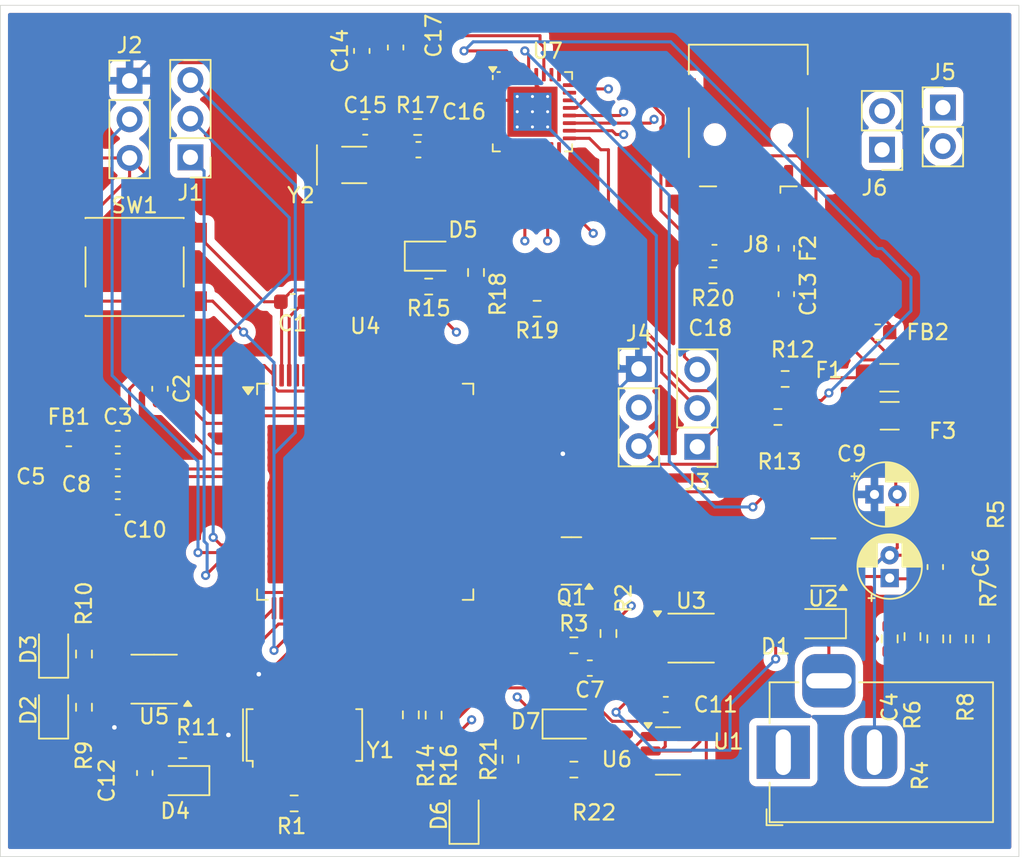
<source format=kicad_pcb>
(kicad_pcb (version 20240108) (generator "pcbnew") (generator_version "8.0")
  (layers (0 "F.Cu" signal) (1 "In1.Cu" power "GND") (2 "In2.Cu" power "PWR") (31 "B.Cu" signal) (34 "B.Paste" user) (35 "F.Paste" user) (36 "B.SilkS" user "B.Silkscreen") (37 "F.SilkS" user "F.Silkscreen") (38 "B.Mask" user) (39 "F.Mask" user) (44 "Edge.Cuts" user))
  (net 0 "")
  (net 1 "/AREF")
  (net 2 "GND")
  (net 3 "+5V")
  (net 4 "/VIN")
  (net 5 "Net-(U3-+)")
  (net 6 "+3V3")
  (net 7 "Net-(D4-A)")
  (net 8 "VCC")
  (net 9 "Net-(U7-PC0{slash}XTAL2)")
  (net 10 "Net-(U7-XTAL1)")
  (net 11 "Net-(U7-UCAP)")
  (net 12 "Net-(U7-~{HWB}{slash}PD7)")
  (net 13 "Net-(D5-A)")
  (net 14 "Net-(D1-A)")
  (net 15 "Net-(D2-A)")
  (net 16 "Net-(D3-A)")
  (net 17 "Net-(D6-K)")
  (net 18 "Net-(D6-A)")
  (net 19 "Net-(D7-K)")
  (net 20 "Net-(D7-A)")
  (net 21 "Net-(J8-D-)")
  (net 22 "Net-(J8-ID)")
  (net 23 "Net-(J8-VBUS)")
  (net 24 "Net-(J8-D+)")
  (net 25 "Net-(J1-Pin_2)")
  (net 26 "Net-(J1-Pin_1)")
  (net 27 "Net-(J2-Pin_2)")
  (net 28 "Net-(J3-Pin_2)")
  (net 29 "Net-(J3-Pin_1)")
  (net 30 "Net-(J4-Pin_2)")
  (net 31 "Net-(J5-Pin_1)")
  (net 32 "Net-(J5-Pin_2)")
  (net 33 "Net-(J6-Pin_2)")
  (net 34 "Net-(J6-Pin_1)")
  (net 35 "Net-(Q1-G)")
  (net 36 "Net-(U4-XTAL2)")
  (net 37 "Net-(U4-XTAL1)")
  (net 48 "Net-(U5--)")
  (net 49 "Net-(U7-D-)")
  (net 50 "Net-(U7-D+)")
  (net 51 "Net-(U4-PD0)")
  (net 52 "Net-(U4-PD1)")
  (net 53 "Net-(U4-PE0)")
  (net 54 "Net-(U7-PD2)")
  (net 55 "Net-(U4-PE1)")
  (net 56 "Net-(U7-PD3)")
  (net 57 "+10V")
  (net 59 "-5V")
  (net 75 "Net-(U4-PB7)")
  (net 154 "Net-(U4-PE6)")
  (net 155 "Net-(U4-PE2)")
  (footprint "Resistor_SMD:R_0603_1608Metric" (layer "F.Cu") (at 110.5 92.175 90)
    (property "Reference" "R8")
    (property "Value" "R")
  )
  (footprint "Resistor_SMD:R_0603_1608Metric" (layer "F.Cu") (at 81.31 70.46 180)
    (property "Reference" "R19")
    (property "Value" "R")
  )
  (footprint "Capacitor_SMD:C_0603_1608Metric" (layer "F.Cu") (at 69.775 53.5 90)
    (property "Reference" "C14")
    (property "Value" "C_Small")
  )
  (footprint "Connector_PinHeader_2.54mm:PinHeader_1x03_P2.54mm_Vertical" (layer "F.Cu") (at 54.5 55.46)
    (property "Reference" "J2")
    (property "Value" "Conn_01x03_Pin")
  )
  (footprint "Resistor_SMD:R_0603_1608Metric" (layer "F.Cu") (at 92.875 68.265 180)
    (property "Reference" "R20")
    (property "Value" "R")
  )
  (footprint "Capacitor_THT:CP_Radial_D4.0mm_P1.50mm" (layer "F.Cu") (at 104.5 88.175 90)
    (property "Reference" "C4")
    (property "Value" "C_Polarized")
  )
  (footprint "Resistor_SMD:R_0603_1608Metric" (layer "F.Cu") (at 79.55 100.1 90)
    (property "Reference" "R21")
    (property "Value" "R")
  )
  (footprint "Capacitor_SMD:C_0603_1608Metric" (layer "F.Cu") (at 89.775 96.5 180)
    (property "Reference" "C11")
    (property "Value" "C_Small")
  )
  (footprint "Capacitor_THT:CP_Radial_D4.0mm_P1.50mm" (layer "F.Cu") (at 103.5 82.675)
    (property "Reference" "C9")
    (property "Value" "C_Polarized")
  )
  (footprint "Capacitor_SMD:C_0603_1608Metric" (layer "F.Cu") (at 53.725 83.5)
    (property "Reference" "C10")
    (property "Value" "C_Small")
  )
  (footprint "LED_SMD:LED_0805_2012Metric_Pad1.15x1.40mm_HandSolder" (layer "F.Cu") (at 83.525 97.775)
    (property "Reference" "D7")
    (property "Value" "LED")
  )
  (footprint "Connector_PinHeader_2.54mm:PinHeader_1x02_P2.54mm_Vertical" (layer "F.Cu") (at 108 57.225)
    (property "Reference" "J5")
    (property "Value" "Conn_01x02_Pin")
  )
  (footprint "Resistor_SMD:R_0603_1608Metric" (layer "F.Cu") (at 65.325 103 180)
    (property "Reference" "R1")
    (property "Value" "R")
  )
  (footprint "Resistor_SMD:R_0603_1608Metric" (layer "F.Cu") (at 73 97.175 -90)
    (property "Reference" "R14")
    (property "Value" "R")
  )
  (footprint "Capacitor_SMD:C_0603_1608Metric" (layer "F.Cu") (at 92.975 66.765 180)
    (property "Reference" "C18")
    (property "Value" "C_Small")
  )
  (footprint "Resistor_SMD:R_0603_1608Metric" (layer "F.Cu") (at 97.15 77.58)
    (property "Reference" "R13")
    (property "Value" "R")
  )
  (footprint "Crystal:Resonator_SMD_Murata_CDSCB-2Pin_4.5x2.0mm" (layer "F.Cu") (at 69.275 61)
    (property "Reference" "Y2")
    (property "Value" "Crystal")
  )
  (footprint "Diode_SMD:D_0805_2012Metric" (layer "F.Cu") (at 58.0625 101.5 180)
    (property "Reference" "D4")
    (property "Value" "D")
  )
  (footprint "Inductor_SMD:L_0603_1608Metric" (layer "F.Cu") (at 103.7125 72 180)
    (property "Reference" "FB2")
    (property "Value" "FerriteBead")
  )
  (footprint "LED_SMD:LED_0805_2012Metric_Pad1.15x1.40mm_HandSolder" (layer "F.Cu") (at 49.5 96.875 90)
    (property "Reference" "D2")
    (property "Value" "LED")
  )
  (footprint "Resistor_SMD:R_0603_1608Metric" (layer "F.Cu") (at 107.5 92.175 -90)
    (property "Reference" "R6")
    (property "Value" "R")
  )
  (footprint "Connector_PinHeader_2.54mm:PinHeader_1x03_P2.54mm_Vertical" (layer "F.Cu") (at 88 74.42)
    (property "Reference" "J4")
    (property "Value" "Conn_01x03_Pin")
  )
  (footprint "Connector_PinHeader_2.54mm:PinHeader_1x02_P2.54mm_Vertical" (layer "F.Cu") (at 104 60 180)
    (property "Reference" "J6")
    (property "Value" "Conn_01x02_Pin")
  )
  (footprint "Resistor_SMD:R_0603_1608Metric" (layer "F.Cu") (at 74.5 97.195 -90)
    (property "Reference" "R16")
    (property "Value" "R")
  )
  (footprint "Resistor_SMD:R_0603_1608Metric" (layer "F.Cu") (at 51.5 96.675 90)
    (property "Reference" "R9")
    (property "Value" "R")
  )
  (footprint "Capacitor_SMD:C_0603_1608Metric" (layer "F.Cu") (at 70 58.5)
    (property "Reference" "C15")
    (property "Value" "C_Small")
  )
  (footprint "Capacitor_SMD:C_0603_1608Metric" (layer "F.Cu") (at 56.5 75.725 -90)
    (property "Reference" "C2")
    (property "Value" "C_Small")
  )
  (footprint "Resistor_SMD:R_0603_1608Metric" (layer "F.Cu") (at 73.45 58.5)
    (property "Reference" "R17")
    (property "Value" "R")
  )
  (footprint "Inductor_SMD:L_0603_1608Metric" (layer "F.Cu") (at 50.5 79)
    (property "Reference" "FB1")
    (property "Value" "FerriteBead")
  )
  (footprint "Package_DFN_QFN:QFN-32-1EP_5x5mm_P0.5mm_EP3.3x3.3mm_ThermalVias" (layer "F.Cu") (at 81 57.5)
    (property "Reference" "U7")
    (property "Value" "ATmega8U2-M")
  )
  (footprint "Connector_BarrelJack:BarrelJack_Horizontal" (layer "F.Cu") (at 97.5 99.6325 180)
    (property "Reference" "U1")
    (property "Value" "L7805")
  )
  (footprint "Capacitor_SMD:C_0603_1608Metric" (layer "F.Cu") (at 53.725 80.5)
    (property "Reference" "C5")
    (property "Value" "C_Small")
  )
  (footprint "Resistor_SMD:R_0603_1608Metric" (layer "F.Cu") (at 86 91.825 90)
    (property "Reference" "R2")
    (property "Value" "R")
  )
  (footprint "Capacitor_SMD:C_0603_1608Metric" (layer "F.Cu") (at 53.725 79)
    (property "Reference" "C3")
    (property "Value" "C_Small")
  )
  (footprint "Connector_PinHeader_2.54mm:PinHeader_1x03_P2.54mm_Vertical" (layer "F.Cu") (at 58.5 60.5 180)
    (property "Reference" "J1")
    (property "Value" "Conn_01x03_Pin")
  )
  (footprint "Connector_USB:USB_Mini-B_Lumberg_2486_01_Horizontal" (layer "F.Cu") (at 95.2 59 180)
    (property "Reference" "J8")
    (property "Value" "USB_B_Micro")
  )
  (footprint "Capacitor_SMD:C_0603_1608Metric" (layer "F.Cu") (at 72 53.275 90)
    (property "Reference" "C17")
    (property "Value" "C_Small")
  )
  (footprint "Resistor_SMD:R_0603_1608Metric" (layer "F.Cu") (at 106 92.025 90)
    (property "Reference" "R5")
    (property "Value" "R")
  )
  (footprint "Package_QFP:TQFP-100_14x14mm_P0.5mm" (layer "F.Cu") (at 70 82.5)
    (property "Reference" "U4")
    (property "Value" "ATmega2560-16A")
  )
  (footprint "LED_SMD:LED_0805_2012Metric_Pad1.15x1.40mm_HandSolder" (layer "F.Cu") (at 49.5 92.875 90)
    (property "Reference" "D3")
    (property "Value" "LED")
  )
  (footprint "Capacitor_SMD:C_0603_1608Metric" (layer "F.Cu") (at 73.5 60)
    (property "Reference" "C16")
    (property "Value" "C_Small")
  )
  (footprint "Resistor_SMD:R_0603_1608Metric" (layer "F.Cu") (at 74.175 69 180)
    (property "Reference" "R15")
    (property "Value" "R")
  )
  (footprint "Resistor_SMD:R_0603_1608Metric" (layer "F.Cu") (at 77.2875 68.075 -90)
    (property "Reference" "R18")
    (property "Value" "R")
  )
  (footprint "Capacitor_SMD:C_0603_1608Metric" (layer "F.Cu") (at 53.725 82)
    (property "Reference" "C8")
    (property "Value" "C_Small")
  )
  (footprint "Resistor_SMD:R_0603_1608Metric" (layer "F.Cu") (at 83.725 100.775)
    (property "Reference" "R22")
    (property "Value" "R")
  )
  (footprint "Package_SO:MSOP-8_3x3mm_P0.65mm" (layer "F.Cu") (at 91.4375 92.125)
    (property "Reference" "U3")
    (property "Value" "OP1177ARM")
  )
  (footprint "Diode_SMD:D_0805_2012Metric" (layer "F.Cu") (at 99.9375 91.175 180)
    (property "Reference" "D1")
    (property "Value" "D")
  )
  (footprint "Connector_PinHeader_2.54mm:PinHeader_1x03_P2.54mm_Vertical" (layer "F.Cu") (at 91.845 79.54 180)
    (property "Reference" "J3")
    (property "Value" "Conn_01x03_Pin")
  )
  (footprint "Resistor_SMD:R_0603_1608Metric" (layer "F.Cu") (at 51.5 93.175 90)
    (property "Reference" "R10")
    (property "Value" "R")
  )
  (footprint "Fuse:Fuse_1206_3216Metric_Pad1.42x1.75mm_HandSolder" (layer "F.Cu") (at 104.475 75)
    (property "Reference" "F1")
    (property "Value" "Polyfuse")
  )
  (footprint "Button_Switch_SMD:SW_SPST_PTS645" (layer "F.Cu") (at 54.83 67.71)
    (property "Reference" "SW1")
    (property "Value" "SW_Push_Open")
  )
  (footprint "Package_SO:MSOP-8_3x3mm_P0.65mm" (layer "F.Cu") (at 56.1125 94.825 180)
    (property "Reference" "U5")
    (property "Value" "OP1177ARM")
  )
  (footprint "Resistor_SMD:R_0603_1608Metric" (layer "F.Cu") (at 109 92.175 90)
    (property "Reference" "R7")
    (property "Value" "R")
  )
  (footprint "Capacitor_SMD:C_0603_1608Metric" (layer "F.Cu") (at 55.5 101 90)
    (property "Reference" "C12")
    (property "Value" "C_Small")
  )
  (footprint "Fuse:Fuse_0603_1608Metric" (layer "F.Cu") (at 97.7 66.4875 -90)
    (property "Reference" "F2")
    (property "Value" "Fuse")
  )
  (footprint "Resistor_SMD:R_0603_1608Metric" (layer "F.Cu") (at 97.625 75.08)
    (property "Reference" "R12")
    (property "Value" "R")
  )
  (footprint "Package_TO_SOT_SMD:SOT-23-5" (layer "F.Cu") (at 100.1375 87.125 180)
    (property "Reference" "U2")
    (property "Value" "MAX1615xUK")
  )
  (footprint "Capacitor_SMD:C_0603_1608Metric" (layer "F.Cu") (at 84.775 94.1 180)
    (property "Reference" "C7")
    (property "Value" "C_Small")
  )
  (footprint "Diode_SMD:D_0805_2012Metric" (layer "F.Cu") (at 74.2875 67)
    (property "Reference" "D5")
    (property "Value" "D")
  )
  (footprint "Resistor_SMD:R_0603_1608Metric" (layer "F.Cu") (at 58 99.5)
    (property "Reference" "R11")
    (property "Value" "R")
  )
  (footprint "Resistor_SMD:R_0603_1608Metric" (layer "F.Cu") (at 83.725 92.6)
    (property "Reference" "R3")
    (property "Value" "R")
  )
  (footprint "Package_TO_SOT_SMD:SOT-23" (layer "F.Cu") (at 83.5625 87.05 180)
    (property "Reference" "Q1")
    (property "Value" "FDN340P")
  )
  (footprint "Capacitor_SMD:C_0603_1608Metric" (layer "F.Cu") (at 97.7 69.5 -90)
    (property "Reference" "C13")
    (property "Value" "C_Small")
  )
  (footprint "LED_SMD:LED_0805_2012Metric_Pad1.15x1.40mm_HandSolder" (layer "F.Cu") (at 76.5 103.8 90)
    (property "Reference" "D6")
    (property "Value" "LED")
  )
  (footprint "Crystal:Resonator_SMD-3Pin_7.2x3.0mm" (layer "F.Cu") (at 66 98.5)
    (property "Reference" "Y1")
    (property "Value" "Resonator_Small")
  )
  (footprint "Capacitor_SMD:C_0603_1608Metric" (layer "F.Cu") (at 65.225 70 180)
    (property "Reference" "C1")
    (property "Value" "100nF")
  )
  (footprint "Package_TO_SOT_SMD:SOT-23-5" (layer "F.Cu") (at 89.9125 99.55)
    (property "Reference" "U6")
    (property "Value" "TPS73133DBV")
  )
  (footprint "Capacitor_SMD:C_0603_1608Metric" (layer "F.Cu") (at 107.5 87.45 90)
    (property "Reference" "C6")
    (property "Value" "C_Small")
  )
  (footprint "Fuse:Fuse_1206_3216Metric_Pad1.42x1.75mm_HandSolder" (layer "F.Cu") (at 104.5 77.5)
    (property "Reference" "F3")
    (property "Value" "Polyfuse")
  )
  (footprint "Resistor_SMD:R_0603_1608Metric" (layer "F.Cu") (at 104.5 92.175 90)
    (property "Reference" "R4")
    (property "Value" "R")
  )
  (gr_rect (start 46 50.5) (end 113 106.5) (stroke (width 0.05)) (fill none) (layer "Edge.Cuts"))
  (segment (start 65 71) (end 66 70) (width 0.2) (layer "F.Cu") (net 1))
  (segment (start 65 74.8375) (end 65 71) (width 0.2) (layer "F.Cu") (net 1))
  (segment (start 82 58.5) (end 82 57.5) (width 0.2) (layer "F.Cu") (net 2))
  (segment (start 62 104) (end 62 96.8) (width 0.2) (layer "F.Cu") (net 2))
  (segment (start 76.625 88.73241) (end 80.49259 92.6) (width 0.2) (layer "F.Cu") (net 2))
  (segment (start 104.175 86.675) (end 103.725 87.125) (width 0.2) (layer "F.Cu") (net 2))
  (segment (start 102.925 72) (end 104.9 73.975) (width 0.2) (layer "F.Cu") (net 2))
  (segment (start 91.021815 90.65) (end 92.0125 91.640685) (width 0.2) (layer "F.Cu") (net 2))
  (segment (start 81.25 55.75) (end 81.25 55.0625) (width 0.2) (layer "F.Cu") (net 2))
  (segment (start 73.575 58.012352) (end 73.062648 57.5) (width 0.2) (layer "F.Cu") (net 2))
  (segment (start 58 102.100732) (end 58 99.137352) (width 0.2) (layer "F.Cu") (net 2))
  (segment (start 82 58.5) (end 81 57.5) (width 0.2) (layer "F.Cu") (net 2))
  (segment (start 97.7 70.275) (end 96.925 69.5) (width 0.2) (layer "F.Cu") (net 2))
  (segment (start 89.19 80.69) (end 94.402648 80.69) (width 0.2) (layer "F.Cu") (net 2))
  (segment (start 95 80.092648) (end 95 71.215) (width 0.2) (layer "F.Cu") (net 2))
  (segment (start 96.925 69.5) (end 96.925 66.835314) (width 0.2) (layer "F.Cu") (net 2))
  (segment (start 76.625 83.26759) (end 76.625 88.73241) (width 0.2) (layer "F.Cu") (net 2))
  (segment (start 52 52) (end 68 52) (width 0.2) (layer "F.Cu") (net 2))
  (segment (start 105 82.675) (end 105 86.175) (width 0.2) (layer "F.Cu") (net 2))
  (segment (start 49.5 93.9) (end 48.5 92.9) (width 0.2) (layer "F.Cu") (net 2))
  (segment (start 82 56.5) (end 81.25 55.75) (width 0.2) (layer "F.Cu") (net 2))
  (segment (start 54.5 61.81) (end 50.85 65.46) (width 0.2) (layer "F.Cu") (net 2))
  (segment (start 68.725 52.725) (end 69.775 52.725) (width 0.2) (layer "F.Cu") (net 2))
  (segment (start 78.5625 56.75) (end 77.315686 56.75) (width 0.2) (layer "F.Cu") (net 2))
  (segment (start 104.9 82.575) (end 105 82.675) (width 0.2) (layer "F.Cu") (net 2))
  (segment (start 80 58.5) (end 80 57.5) (width 0.2) (layer "F.Cu") (net 2))
  (segment (start 89.7375 99.249999) (end 89.437499 99.55) (width 0.2) (layer "F.Cu") (net 2))
  (segment (start 49.5 97.9) (end 48.5 96.9) (width 0.2) (layer "F.Cu") (net 2))
  (segment (start 58.81 64.85) (end 54.5 60.54) (width 0.2) (layer "F.Cu") (net 2))
  (segment (start 48.975 67.335) (end 48.975 82.475) (width 0.2) (layer "F.Cu") (net 2))
  (segment (start 72.512352 97.3) (end 70.217157 99.595195) (width 0.2) (layer "F.Cu") (net 2))
  (segment (start 58.81 65.46) (end 58.81 64.85) (width 0.2) (layer "F.Cu") (net 2))
  (segment (start 64.687648 104) (end 62 104) (width 0.2) (layer "F.Cu") (net 2))
  (segment (start 73.064381 63) (end 67.375 63) (width 0.2) (layer "F.Cu") (net 2))
  (segment (start 84.051471 95.4) (end 78.1 95.4) (width 0.2) (layer "F.Cu") (net 2))
  (segment (start 54.5 79) (end 54.5 83.5) (width 0.2) (layer "F.Cu") (net 2))
  (segment (start 97.222814 66.5375) (end 98.5375 66.5375) (width 0.2) (layer "F.Cu") (net 2))
  (segment (start 94.402648 80.69) (end 95 80.092648) (width 0.2) (layer "F.Cu") (net 2))
  (segment (start 79.75 56.75) (end 78.5625 56.75) (width 0.2) (layer "F.Cu") (net 2))
  (segment (start 70.217157 99.595195) (end 70.217157 100.120491) (width 0.2) (layer "F.Cu") (net 2))
  (segment (start 65.2 99.3) (end 65.2 103.487648) (width 0.2) (layer "F.Cu") (net 2))
  (segment (start 50.85 65.46) (end 48.975 67.335) (width 0.2) (layer "F.Cu") (net 2))
  (segment (start 54.725 101) (end 54.725 102.225) (width 0.2) (layer "F.Cu") (net 2))
  (segment (start 93.6 61.7) (end 93 62.3) (width 0.2) (layer "F.Cu") (net 2))
  (segment (start 83.85 92.112352) (end 84.137352 91.825) (width 0.2) (layer "F.Cu") (net 2))
  (segment (start 65.2 103.487648) (end 64.687648 104) (width 0.2) (layer "F.Cu") (net 2))
  (segment (start 83.85 93.95) (end 83.85 92.112352) (width 0.2) (layer "F.Cu") (net 2))
  (segment (start 68 52) (end 68.725 52.725) (width 0.2) (layer "F.Cu") (net 2))
  (segment (start 82.9 93) (end 84 94.1) (width 0.2) (layer "F.Cu") (net 2))
  (segment (start 81 58.5) (end 82 58.5) (width 0.2) (layer "F.Cu") (net 2))
  (segment (start 73.062648 57.5) (end 70.225 57.5) (width 0.2) (layer "F.Cu") (net 2))
  (segment (start 65.225 69.225) (end 64.45 70) (width 0.2) (layer "F.Cu") (net 2))
  (segment (start 80.49259 92.6) (end 82.9 92.6) (width 0.2) (layer "F.Cu") (net 2))
  (segment (start 96.925 66.835314) (end 97.222814 66.5375) (width 0.2) (layer "F.Cu") (net 2))
  (segment (start 54.725 102.225) (end 55.025 102.525) (width 0.2) (layer "F.Cu") (net 2))
  (segment (start 95 71.215) (end 92.05 68.265) (width 0.2) (layer "F.Cu") (net 2))
  (segment (start 54.5 60.54) (end 52.54 60.54) (width 0.2) (layer "F.Cu") (net 2))
  (segment (start 86.251471 97.6) (end 84.051471 95.4) (width 0.2) (layer "F.Cu") (net 2))
  (segment (start 50.5 53.5) (end 52 52) (width 0.2) (layer "F.Cu") (net 2))
  (segment (start 72.725 60) (end 73.575 59.15) (width 0.2) (layer "F.Cu") (net 2))
  (segment (start 103.725 87.125) (end 101.275 87.125) (width 0.2) (layer "F.Cu") (net 2))
  (segment (start 92.0125 98.940552) (end 91.403052 99.55) (width 0.2) (layer "F.Cu") (net 2))
  (segment (start 104.9 73.975) (end 104.9 82.575) (width 0.2) (layer "F.Cu") (net 2))
  (segment (start 66.5 60) (end 68 58.5) (width 0.2) (layer "F.Cu") (net 2))
  (segment (start 93 67.315) (end 92.05 68.265) (width 0.2) (layer "F.Cu") (net 2))
  (segment (start 87.269044 91.825) (end 88.444044 90.65) (width 0.2) (layer "F.Cu") (net 2))
  (segment (start 87.9 97.6) (end 86.251471 97.6) (width 0.2) (layer "F.Cu") (net 2))
  (segment (start 68 58.5) (end 69.225 58.5) (width 0.2) (layer "F.Cu") (net 2))
  (segment (start 76.2 97.3) (end 72.512352 97.3) (width 0.2) (layer "F.Cu") (net 2))
  (segment (start 57.575732 102.525) (end 58 102.100732) (width 0.2) (layer "F.Cu") (net 2))
  (segment (start 64.5 70.05) (end 64.45 70) (width 0.2) (layer "F.Cu") (net 2))
  (segment (start 81 57.5) (end 80 57.5) (width 0.2) (layer "F.Cu") (net 2))
  (segment (start 54.5 82) (end 55 81.5) (width 0.2) (layer "F.Cu") (net 2))
  (segment (start 102.925 70.925) (end 102.925 72) (width 0.2) (layer "F.Cu") (net 2))
  (segment (start 73.575 59.15) (end 73.575 58.012352) (width 0.2) (layer "F.Cu") (net 2))
  (segment (start 66.493824 103.843824) (end 64.843824 103.843824) (width 0.2) (layer "F.Cu") (net 2))
  (segment (start 105 86.175) (end 104.5 86.675) (width 0.2) (layer "F.Cu") (net 2))
  (segment (start 77.032843 59.031538) (end 73.064381 63) (width 0.2) (layer "F.Cu") (net 2))
  (segment (start 52.54 60.54) (end 50.5 58.5) (width 0.2) (layer "F.Cu") (net 2))
  (segment (start 84.137352 91.825) (end 87.269044 91.825) (width 0.2) (layer "F.Cu") (net 2))
  (segment (start 104.5 86.675) (end 107.5 86.675) (width 0.2) (layer "F.Cu") (net 2))
  (segment (start 77.315686 56.75) (end 77.032843 57.032843) (width 0.2) (layer "F.Cu") (net 2))
  (segment (start 82.9 92.6) (end 82.9 93) (width 0.2) (layer "F.Cu") (net 2))
  (segment (start 55.5 100.225) (end 54.725 101) (width 0.2) (layer "F.Cu") (net 2))
  (segment (start 81.25 56.25) (end 81.25 55.0625) (width 0.2) (layer "F.Cu") (net 2))
  (segment (start 89 96.5) (end 89.7375 97.2375) (width 0.2) (layer "F.Cu") (net 2))
  (segment (start 89.7375 97.2375) (end 89.7375 99.249999) (width 0.2) (layer "F.Cu") (net 2))
  (segment (start 48.5 92.9) (end 48.5 89.5) (width 0.2) (layer "F.Cu") (net 2))
  (segment (start 67 91.8) (end 67 90.1625) (width 0.2) (layer "F.Cu") (net 2))
  (segment (start 62.3375 81.5) (end 63.10741 81.5) (width 0.2) (layer "F.Cu") (net 2))
  (segment (start 70.217157 100.120491) (end 66.493824 103.843824) (width 0.2) (layer "F.Cu") (net 2))
  (segment (start 60.337352 96.8) (end 62 96.8) (width 0.2) (layer "F.Cu") (net 2))
  (segment (start 88 79.5) (end 89.19 80.69) (width 0.2) (layer "F.Cu") (net 2))
  (segment (start 72 52.5) (end 70 52.5) (width 0.2) (layer "F.Cu") (net 2))
  (segment (start 92.0125 91.640685) (end 92.0125 98.940552) (width 0.2) (layer "F.Cu") (net 2))
  (segment (start 70.225 57.5) (end 69.225 58.5) (width 0.2) (layer "F.Cu") (net 2))
  (segment (start 58 99.137352) (end 60.337352 96.8) (width 0.2) (layer "F.Cu") (net 2))
  (segment (start 93 62.3) (end 93 67.315) (width 0.2) (layer "F.Cu") (net 2))
  (segment (start 62 96.8) (end 67 91.8) (width 0.2) (layer "F.Cu") (net 2))
  (segment (start 76.89259 83) (end 76.625 83.26759) (width 0.2) (layer "F.Cu") (net 2))
  (segment (start 70 52.5) (end 69.775 52.725) (width 0.2) (layer "F.Cu") (net 2))
  (segment (start 81 56.5) (end 81.25 56.25) (width 0.2) (layer "F.Cu") (net 2))
  (segment (start 64.45 70) (end 63.35 70) (width 0.2) (layer "F.Cu") (net 2))
  (segment (start 89.437499 99.55) (end 88.775 99.55) (width 0.2) (layer "F.Cu") (net 2))
  (segment (start 81 58.5) (end 80 58.5) (width 0.2) (layer "F.Cu") (net 2))
  (segment (start 50.5 58.5) (end 50.5 53.5) (width 0.2) (layer "F.Cu") (net 2))
  (segment (start 77.032843 57.032843) (end 77.032843 59.031538) (width 0.2) (layer "F.Cu") (net 2))
  (segment (start 91.403052 99.55) (end 88.775 99.55) (width 0.2) (layer "F.Cu") (net 2))
  (segment (start 66 98.5) (end 65.2 99.3) (width 0.2) (layer "F.Cu") (net 2))
  (segment (start 82 57.5) (end 82 56.5) (width 0.2) (layer "F.Cu") (net 2))
  (segment (start 73.5 74.8375) (end 73.5 74.06759) (width 0.2) (layer "F.Cu") (net 2))
  (segment (start 82 57.5) (end 81 57.5) (width 0.2) (layer "F.Cu") (net 2))
  (segment (start 77.6625 83) (end 76.89259 83) (width 0.2) (layer "F.Cu") (net 2))
  (segment (start 54.5 60.54) (end 54.5 61.81) (width 0.2) (layer "F.Cu") (net 2))
  (segment (start 84 94.1) (end 83.85 93.95) (width 0.2) (layer "F.Cu") (net 2))
  (segment (start 48.5 96.9) (end 48.5 94.9) (width 0.2) (layer "F.Cu") (net 2))
  (segment (start 104.5 86.675) (end 104.175 86.675) (width 0.2) (layer "F.Cu") (net 2))
  (segment (start 88.444044 90.65) (end 91.021815 90.65) (width 0.2) (layer "F.Cu") (net 2))
  (segment (start 51.825 100.225) (end 49.5 97.9) (width 0.2) (layer "F.Cu") (net 2))
  (segment (start 48.5 94.9) (end 49.5 93.9) (width 0.2) (layer "F.Cu") (net 2))
  (segment (start 64.5 74.8375) (end 64.5 70.05) (width 0.2) (layer "F.Cu") (net 2))
  (segment (start 55.025 102.525) (end 57.575732 102.525) (width 0.2) (layer "F.Cu") (net 2))
  (segment (start 73.5 74.06759) (end 68.65741 69.225) (width 0.2) (layer "F.Cu") (net 2))
  (segment (start 80 56.5) (end 79.75 56.75) (width 0.2) (layer "F.Cu") (net 2))
  (segment (start 78.1 95.4) (end 76.2 97.3) (width 0.2) (layer "F.Cu") (net 2))
  (segment (start 63.35 70) (end 58.81 65.46) (width 0.2) (layer "F.Cu") (net 2))
  (segment (start 89 96.5) (end 87.9 97.6) (width 0.2) (layer "F.Cu") (net 2))
  (segment (start 48.5 89.5) (end 52.25 85.75) (width 0.2) (layer "F.Cu") (net 2))
  (segment (start 55.5 100.225) (end 51.825 100.225) (width 0.2) (layer "F.Cu") (net 2))
  (segment (start 67.375 63) (end 66.5 62.125) (width 0.2) (layer "F.Cu") (net 2))
  (segment (start 66.5 62.125) (end 66.5 60) (width 0.2) (layer "F.Cu") (net 2))
  (segment (start 48.975 82.475) (end 52.25 85.75) (width 0.2) (layer "F.Cu") (net 2))
  (segment (start 52.25 85.75) (end 54.5 83.5) (width 0.2) (layer "F.Cu") (net 2))
  (segment (start 68.65741 69.225) (end 65.225 69.225) (width 0.2) (layer "F.Cu") (net 2))
  (segment (start 55 81.5) (end 62.3375 81.5) (width 0.2) (layer "F.Cu") (net 2))
  (segment (start 98.5375 66.5375) (end 102.925 70.925) (width 0.2) (layer "F.Cu") (net 2))
  (segment (start 104.2 86.675) (end 104.5 86.675) (width 0.2) (layer "B.Cu") (net 2))
  (segment (start 103.5 99.6325) (end 103.5 87.375) (width 0.2) (layer "B.Cu") (net 2))
  (segment (start 103.5 87.375) (end 104.2 86.675) (width 0.2) (layer "B.Cu") (net 2))
  (segment (start 89.15 78.35) (end 89.15 65.65) (width 0.2) (layer "B.Cu") (net 2))
  (segment (start 88 79.5) (end 89.15 78.35) (width 0.2) (layer "B.Cu") (net 2))
  (segment (start 89.15 65.65) (end 82 58.5) (width 0.2) (layer "B.Cu") (net 2))
  (segment (start 88.775 98.6) (end 88.421948 98.6) (width 0.2) (layer "F.Cu") (net 3))
  (segment (start 87.5 99.521948) (end 87.5 99.887499) (width 0.2) (layer "F.Cu") (net 3))
  (segment (start 81.95 83.55) (end 81.9 83.5) (width 0.2) (layer "F.Cu") (net 3))
  (segment (start 69.77 54.27) (end 69.775 54.275) (width 0.2) (layer "F.Cu") (net 3))
  (segment (start 59 105) (end 59 101.5) (width 0.2) (layer "F.Cu") (net 3))
  (segment (start 95.9 87.971948) (end 95.9 92.6) (width 0.2) (layer "F.Cu") (net 3))
  (segment (start 73.35 69) (end 73.35 67) (width 0.2) (layer "F.Cu") (net 3))
  (segment (start 57 81) (end 62.3375 81) (width 0.2) (layer "F.Cu") (net 3))
  (segment (start 74 75.60741) (end 73.73241 75.875) (width 0.2) (layer "F.Cu") (net 3))
  (segment (start 53.187501 95.15) (end 52.275 96.062501) (width 0.2) (layer "F.Cu") (net 3))
  (segment (start 74.5 98.02) (end 73.02 98.02) (width 0.2) (layer "F.Cu") (net 3))
  (segment (start 74 74.8375) (end 74 69.65) (width 0.2) (layer "F.Cu") (net 3))
  (segment (start 94.5 94) (end 92.4375 94) (width 0.2) (layer "F.Cu") (net 3))
  (segment (start 66.1 62.6) (end 66.9 63.4) (width 0.2) (layer "F.Cu") (net 3))
  (segment (start 66.9 63.4) (end 72.5 63.4) (width 0.2) (layer "F.Cu") (net 3))
  (segment (start 73.35 67) (end 73.35 64.25) (width 0.2) (layer "F.Cu") (net 3))
  (segment (start 92.737501 91.8) (end 92.4375 92.100001) (width 0.2) (layer "F.Cu") (net 3))
  (segment (start 54.5 75.726304) (end 54.5 78.225) (width 0.2) (layer "F.Cu") (net 3))
  (segment (start 84.5 86.1) (end 81.95 83.55) (width 0.2) (layer "F.Cu") (net 3))
  (segment (start 52.95 79) (end 52.95 80.5) (width 0.2) (layer "F.Cu") (net 3))
  (segment (start 55.25 78.526304) (end 55.25 79.25) (width 0.2) (layer "F.Cu") (net 3))
  (segment (start 84.5 86.1) (end 82.196948 86.1) (width 0.2) (layer "F.Cu") (net 3))
  (segment (start 58.825 100.825) (end 58.825 99.5) (width 0.2) (layer "F.Cu") (net 3))
  (segment (start 91.9 101.1) (end 89.375 101.1) (width 0.2) (layer "F.Cu") (net 3))
  (segment (start 66.5 91.5) (end 63.5 94.5) (width 0.2) (layer "F.Cu") (net 3))
  (segment (start 83.675 101.55) (end 87.725 101.55) (width 0.2) (layer "F.Cu") (net 3))
  (segment (start 77.825 58.805067) (end 77.825 57.535614) (width 0.2) (layer "F.Cu") (net 3))
  (segment (start 92.4375 92.100001) (end 92.4375 94) (width 0.2) (layer "F.Cu") (net 3))
  (segment (start 66 105) (end 59 105) (width 0.2) (layer "F.Cu") (net 3))
  (segment (start 74.5 104.5) (end 74.5 98.02) (width 0.2) (layer "F.Cu") (net 3))
  (segment (start 82.9 100.775) (end 83.675 101.55) (width 0.2) (layer "F.Cu") (net 3))
  (segment (start 54.051304 78.225) (end 54.5 78.225) (width 0.2) (layer "F.Cu") (net 3))
  (segment (start 52.95 80.5) (end 52.95 82) (width 0.2) (layer "F.Cu") (net 3))
  (segment (start 73.35 64.25) (end 72.5 63.4) (width 0.2) (layer "F.Cu") (net 3))
  (segment (start 51.2875 79) (end 49.7125 79) (width 0.2) (layer "F.Cu") (net 3))
  (segment (start 63.3625 74.2) (end 56.026304 74.2) (width 0.2) (layer "F.Cu") (net 3))
  (segment (start 79.55 103.334744) (end 76.984744 105.9) (width 0.2) (layer "F.Cu") (net 3))
  (segment (start 73.230067 63.4) (end 77.825 58.805067) (width 0.2) (layer "F.Cu") (net 3))
  (segment (start 51.5 97.5) (end 53 97.5) (width 0.2) (layer "F.Cu") (net 3))
  (segment (start 69.775 54.275) (end 66.1 57.95) (width 0.2) (layer "F.Cu") (net 3))
  (segment (start 77.825 57.535614) (end 78.110614 57.25) (width 0.2) (layer "F.Cu") (net 3))
  (segment (start 52.275 96.062501) (end 52.275 96.725) (width 0.2) (layer "F.Cu") (net 3))
  (segment (start 81.95 83.55) (end 81.95 81.05) (width 0.2) (layer "F.Cu") (net 3))
  (segment (start 103.5 83.95) (end 101.275 86.175) (width 0.2) (layer "F.Cu") (net 3))
  (segment (start 59 101.5) (end 59 101) (width 0.2) (layer "F.Cu") (net 3))
  (segment (start 52.95 79) (end 51.2875 79) (width 0.2) (layer "F.Cu") (net 3))
  (segment (start 52.95 79.326304) (end 54.051304 78.225) (width 0.2) (layer "F.Cu") (net 3))
  (segment (start 64.26759 75.875) (end 64 75.60741) (width 0.2) (layer "F.Cu") (net 3))
  (segment (start 54.948696 78.225) (end 55.25 78.526304) (width 0.2) (layer "F.Cu") (net 3))
  (segment (start 55.25 79.25) (end 57 81) (width 0.2) (layer "F.Cu") (net 3))
  (segment (start 58.825 99.5) (end 58.825 100.675) (width 0.2) (layer "F.Cu") (net 3))
  (segment (start 73.02 98.02) (end 73 98) (width 0.2) (layer "F.Cu") (net 3))
  (segment (start 79.25 55.0625) (end 70.2925 55.0625) (width 0.2) (layer "F.Cu") (net 3))
  (segment (start 69.5 54.27) (end 69.77 54.27) (width 0.2) (layer "F.Cu") (net 3))
  (segment (start 63.5 94.5) (end 63 94.5) (width 0.2) (layer "F.Cu") (net 3))
  (segment (start 89.375 101.1) (end 88.775 100.5) (width 0.2) (layer "F.Cu") (net 3))
  (segment (start 66.1 57.95) (end 66.1 62.6) (width 0.2) (layer "F.Cu") (net 3))
  (segment (start 87.725 101.55) (end 88.775 100.5) (width 0.2) (layer "F.Cu") (net 3))
  (segment (start 92.4375 100.5625) (end 91.9 101.1) (width 0.2) (layer "F.Cu") (net 3))
  (segment (start 103.5 82.675) (end 103.5 83.95) (width 0.2) (layer "F.Cu") (net 3))
  (segment (start 52.275 96.725) (end 51.5 97.5) (width 0.2) (layer "F.Cu") (net 3))
  (segment (start 81.9 83.5) (end 77.6625 83.5) (width 0.2) (layer "F.Cu") (net 3))
  (segment (start 55.69 54.27) (end 69.5 54.27) (width 0.2) (layer "F.Cu") (net 3))
  (segment (start 52.95 82) (end 52.95 83.5) (width 0.2) (layer "F.Cu") (net 3))
  (segment (start 92.4375 94) (end 92.4375 100.5625) (width 0.2) (layer "F.Cu") (net 3))
  (segment (start 75.9 105.9) (end 74.5 104.5) (width 0.2) (layer "F.Cu") (net 3))
  (segment (start 58.825 100.675) (end 61 98.5) (width 0.2) (layer "F.Cu") (net 3))
  (segment (start 52.95 80.5) (end 52.95 79.326304) (width 0.2) (layer "F.Cu") (net 3))
  (segment (start 54.5 78.225) (end 54.948696 78.225) (width 0.2) (layer "F.Cu") (net 3))
  (segment (start 93.55 91.8) (end 92.737501 91.8) (width 0.2) (layer "F.Cu") (net 3))
  (segment (start 56.026304 74.2) (end 54.5 75.726304) (width 0.2) (layer "F.Cu") (net 3))
  (segment (start 88.112501 100.5) (end 88.775 100.5) (width 0.2) (layer "F.Cu") (net 3))
  (segment (start 73 98) (end 66 105) (width 0.2) (layer "F.Cu") (net 3))
  (segment (start 82.9 100.775) (end 79.7 100.775) (width 0.2) (layer "F.Cu") (net 3))
  (segment (start 89.537501 88.6) (end 92.737501 91.8) (width 0.2) (layer "F.Cu") (net 3))
  (segment (start 79.7 100.775) (end 79.55 100.925) (width 0.2) (layer "F.Cu") (net 3))
  (segment (start 81.5875 87.390552) (end 82.796948 88.6) (width 0.2) (layer "F.Cu") (net 3))
  (segment (start 100.675 85.575) (end 98.296948 85.575) (width 0.2) (layer "F.Cu") (net 3))
  (segment (start 82.796948 88.6) (end 89.537501 88.6) (width 0.2) (layer "F.Cu") (net 3))
  (segment (start 66.5 90.1625) (end 66.5 91.5) (width 0.2) (layer "F.Cu") (net 3))
  (segment (start 74 69.65) (end 73.35 69) (width 0.2) (layer "F.Cu") (net 3))
  (segment (start 73.73241 75.875) (end 64.26759 75.875) (width 0.2) (layer "F.Cu") (net 3))
  (segment (start 64 74.8375) (end 63.3625 74.2) (width 0.2) (layer "F.Cu") (net 3))
  (segment (start 59 101) (end 58.825 100.825) (width 0.2) (layer "F.Cu") (net 3))
  (segment (start 88.421948 98.6) (end 87.5 99.521948) (width 0.2) (layer "F.Cu") (net 3))
  (segment (start 54 95.15) (end 53.187501 95.15) (width 0.2) (layer "F.Cu") (net 3))
  (segment (start 79.55 100.925) (end 79.55 103.334744) (width 0.2) (layer "F.Cu") (net 3))
  (segment (start 82.196948 86.1) (end 81.5875 86.709448) (width 0.2) (layer "F.Cu") (net 3))
  (segment (start 78.110614 57.25) (end 78.5625 57.25) (width 0.2) (layer "F.Cu") (net 3))
  (segment (start 53 97.5) (end 53.5 98) (width 0.2) (layer "F.Cu") (net 3))
  (segment (start 95.9 92.6) (end 94.5 94) (width 0.2) (layer "F.Cu") (net 3))
  (segment (start 98.296948 85.575) (end 95.9 87.971948) (width 0.2) (layer "F.Cu") (net 3))
  (segment (start 70.2925 55.0625) (end 69.5 54.27) (width 0.2) (layer "F.Cu") (net 3))
  (segment (start 72.5 63.4) (end 73.230067 63.4) (width 0.2) (layer "F.Cu") (net 3))
  (segment (start 54.5 55.46) (end 55.69 54.27) (width 0.2) (layer "F.Cu") (net 3))
  (segment (start 74 74.8375) (end 74 75.60741) (width 0.2) (layer "F.Cu") (net 3))
  (segment (start 64 75.60741) (end 64 74.8375) (width 0.2) (layer "F.Cu") (net 3))
  (segment (start 81.95 81.05) (end 83 80) (width 0.2) (layer "F.Cu") (net 3))
  (segment (start 101.275 86.175) (end 100.675 85.575) (width 0.2) (layer "F.Cu") (net 3))
  (segment (start 81.5875 86.709448) (end 81.5875 87.390552) (width 0.2) (layer "F.Cu") (net 3))
  (segment (start 76.984744 105.9) (end 75.9 105.9) (width 0.2) (layer "F.Cu") (net 3))
  (segment (start 87.5 99.887499) (end 88.112501 100.5) (width 0.2) (layer "F.Cu") (net 3))
  (via (at 53.5 98) (size 0.6) (drill 0.3) (layers "F.Cu" "B.Cu") (net 3))
  (via (at 63 94.5) (size 0.6) (drill 0.3) (layers "F.Cu" "B.Cu") (net 3))
  (via (at 83 80) (size 0.6) (drill 0.3) (layers "F.Cu" "B.Cu") (net 3))
  (via (at 61 98.5) (size 0.6) (drill 0.3) (layers "F.Cu" "B.Cu") (net 3))
  (segment (start 65.5 53) (end 56.96 53) (width 0.2) (layer "B.Cu") (net 3))
  (segment (start 73.5 94.5) (end 81 87) (width 0.2) (layer "B.Cu") (net 3))
  (segment (start 63 94.5) (end 73.5 94.5) (width 0.2) (layer "B.Cu") (net 3))
  (segment (start 81 81.42) (end 88 74.42) (width 0.2) (layer "B.Cu") (net 3))
  (segment (start 86.92 74.42) (end 65.5 53) (width 0.2) (layer "B.Cu") (net 3))
  (segment (start 88 74.42) (end 86.92 74.42) (width 0.2) (layer "B.Cu") (net 3))
  (segment (start 56.96 53) (end 54.5 55.46) (width 0.2) (layer "B.Cu") (net 3))
  (segment (start 81 87) (end 81 81.42) (width 0.2) (layer "B.Cu") (net 3))
  (segment (start 101.275 88.075) (end 101.275 88.225) (width 0.2) (layer "F.Cu") (net 4))
  (segment (start 104.55 88.225) (end 104.5 88.175) (width 0.2) (layer "F.Cu") (net 4))
  (segment (start 101.275 88.225) (end 100.875 88.625) (width 0.2) (layer "F.Cu") (net 4))
  (segment (start 104.5 88.175) (end 104.175 88.175) (width 0.2) (layer "F.Cu") (net 4))
  (segment (start 86 91) (end 86.5 91) (width 0.2) (layer "F.Cu") (net 4))
  (segment (start 104.075 88.075) (end 101.275 88.075) (width 0.2) (layer "F.Cu") (net 4))
  (segment (start 107.5 88.225) (end 104.55 88.225) (width 0.2) (layer "F.Cu") (net 4))
  (segment (start 86.5 91) (end 87.5 90) (width 0.2) (layer "F.Cu") (net 4))
  (segment (start 100.875 88.625) (end 100.875 91.175) (width 0.2) (layer "F.Cu") (net 4))
  (segment (start 104.175 88.175) (end 104.075 88.075) (width 0.2) (layer "F.Cu") (net 4))
  (via (at 87.5 90) (size 0.6) (drill 0.3) (layers "F.Cu" "B.Cu") (net 4))
  (segment (start 86 92.65) (end 86 93.65) (width 0.2) (layer "F.Cu") (net 5))
  (segment (start 84.6 92.65) (end 84.55 92.6) (width 0.2) (layer "F.Cu") (net 5))
  (segment (start 89.325 92.45) (end 86.2 92.45) (width 0.2) (layer "F.Cu") (net 5))
  (segment (start 86 92.65) (end 84.6 92.65) (width 0.2) (layer "F.Cu") (net 5))
  (segment (start 86 93.65) (end 85.55 94.1) (width 0.2) (layer "F.Cu") (net 5))
  (segment (start 86.2 92.45) (end 86 92.65) (width 0.2) (layer "F.Cu") (net 5))
  (segment (start 90.55 95) (end 88.5 95) (width 0.2) (layer "F.Cu") (net 6))
  (segment (start 90.137499 91.8) (end 89.325 91.8) (width 0.2) (layer "F.Cu") (net 6))
  (segment (start 99 86.175) (end 97 88.175) (width 0.2) (layer "F.Cu") (net 6))
  (segment (start 90.55 98.1) (end 90.55 96.5) (width 0.2) (layer "F.Cu") (net 6))
  (segment (start 88.5 95) (end 86.5 97) (width 0.2) (layer "F.Cu") (net 6))
  (segment (start 97 88.175) (end 97 93.5) (width 0.2) (layer "F.Cu") (net 6))
  (segment (start 91.05 98.6) (end 90.55 98.1) (width 0.2) (layer "F.Cu") (net 6))
  (segment (start 90.55 92.212501) (end 90.137499 91.8) (width 0.2) (layer "F.Cu") (net 6))
  (segment (start 90.55 96.5) (end 90.55 95) (width 0.2) (layer "F.Cu") (net 6))
  (segment (start 90.55 95) (end 90.55 92.212501) (width 0.2) (layer "F.Cu") (net 6))
  (via (at 97 93.5) (size 0.6) (drill 0.3) (layers "F.Cu" "B.Cu") (net 6))
  (via (at 86.5 97) (size 0.6) (drill 0.3) (layers "F.Cu" "B.Cu") (net 6))
  (segment (start 94 96.5) (end 97 93.5) (width 0.2) (layer "B.Cu") (net 6))
  (segment (start 89 99.5) (end 94 99.5) (width 0.2) (layer "B.Cu") (net 6))
  (segment (start 94 99.5) (end 94 96.5) (width 0.2) (layer "B.Cu") (net 6))
  (segment (start 86.5 97) (end 89 99.5) (width 0.2) (layer "B.Cu") (net 6))
  (segment (start 50.85 69.96) (end 58.81 69.96) (width 0.2) (layer "F.Cu") (net 7))
  (segment (start 65 91.93241) (end 64 92.93241) (width 0.2) (layer "F.Cu") (net 7))
  (segment (start 59.96 69.96) (end 62 72) (width 0.2) (layer "F.Cu") (net 7))
  (segment (start 57.125 101.125) (end 57.175 101.075) (width 0.2) (layer "F.Cu") (net 7))
  (segment (start 57.175 99.5) (end 57.175 98.325) (width 0.2) (layer "F.Cu") (net 7))
  (segment (start 58.81 69.96) (end 59.96 69.96) (width 0.2) (layer "F.Cu") (net 7))
  (segment (start 64.3 91.2) (end 65.73241 91.2) (width 0.2) (layer "F.Cu") (net 7))
  (segment (start 57.125 101.5) (end 57.125 101.125) (width 0.2) (layer "F.Cu") (net 7))
  (segment (start 57.125 101.5) (end 55.775 101.5) (width 0.2) (layer "F.Cu") (net 7))
  (segment (start 57.175 101.075) (end 57.175 99.5) (width 0.2) (layer "F.Cu") (net 7))
  (segment (start 65 91.2) (end 65 91.93241) (width 0.2) (layer "F.Cu") (net 7))
  (segment (start 55.775 101.5) (end 55.5 101.775) (width 0.2) (layer "F.Cu") (net 7))
  (segment (start 65.73241 91.2) (end 66 90.93241) (width 0.2) (layer "F.Cu") (net 7))
  (segment (start 57.175 98.325) (end 64.3 91.2) (width 0.2) (layer "F.Cu") (net 7))
  (segment (start 66 90.93241) (end 66 90.1625) (width 0.2) (layer "F.Cu") (net 7))
  (via (at 64 92.93241) (size 0.6) (drill 0.3) (layers "F.Cu" "B.Cu") (net 7))
  (via (at 62 72) (size 0.6) (drill 0.3) (layers "F.Cu" "B.Cu") (net 7))
  (segment (start 64 74) (end 62 72) (width 0.2) (layer "B.Cu") (net 7))
  (segment (start 64 92.93241) (end 64 80) (width 0.2) (layer "B.Cu") (net 7))
  (segment (start 64 80) (end 64 74) (width 0.2) (layer "B.Cu") (net 7))
  (segment (start 65.4 62.32) (end 65.4 78.6) (width 0.2) (layer "B.Cu") (net 7))
  (segment (start 65.4 78.6) (end 64 80) (width 0.2) (layer "B.Cu") (net 7))
  (segment (start 58.5 55.42) (end 65.4 62.32) (width 0.2) (layer "B.Cu") (net 7))
  (segment (start 104.5 78) (end 95.45 87.05) (width 0.2) (layer "F.Cu") (net 8))
  (segment (start 104.5 74.640256) (end 104.5 78) (width 0.2) (layer "F.Cu") (net 8))
  (segment (start 103.684744 73.825) (end 104.5 74.640256) (width 0.2) (layer "F.Cu") (net 8))
  (segment (start 102.8 73.825) (end 103.684744 73.825) (width 0.2) (layer "F.Cu") (net 8))
  (segment (start 97.7 68.725) (end 97.7 67.275) (width 0.2) (layer "F.Cu") (net 8))
  (segment (start 97.7 68.725) (end 102.8 73.825) (width 0.2) (layer "F.Cu") (net 8))
  (segment (start 95.45 87.05) (end 82.625 87.05) (width 0.2) (layer "F.Cu") (net 8))
  (segment (start 76.5 57) (end 77.25 56.25) (width 0.2) (layer "F.Cu") (net 9))
  (segment (start 67.775 61) (end 68.275 61) (width 0.2) (layer "F.Cu") (net 9))
  (segment (start 77.25 56.25) (end 78.5625 56.25) (width 0.2) (layer "F.Cu") (net 9))
  (segment (start 76.5 58.998696) (end 76.5 57) (width 0.2) (layer "F.Cu") (net 9))
  (segment (start 72.625 58.5) (end 70.775 58.5) (width 0.2) (layer "F.Cu") (net 9))
  (segment (start 69.375 62.6) (end 72.898696 62.6) (width 0.2) (layer "F.Cu") (net 9))
  (segment (start 72.898696 62.6) (end 76.5 58.998696) (width 0.2) (layer "F.Cu") (net 9))
  (segment (start 67.775 61) (end 69.375 62.6) (width 0.2) (layer "F.Cu") (net 9))
  (segment (start 68.275 61) (end 70.775 58.5) (width 0.2) (layer "F.Cu") (net 9))
  (segment (start 74.275 60) (end 74.275 58.5) (width 0.2) (layer "F.Cu") (net 10))
  (segment (start 77.025 55.75) (end 78.5625 55.75) (width 0.2) (layer "F.Cu") (net 10))
  (segment (start 74.275 58.5) (end 77.025 55.75) (width 0.2) (layer "F.Cu") (net 10))
  (segment (start 74.275 60) (end 73.275 61) (width 0.2) (layer "F.Cu") (net 10))
  (segment (start 73.275 61) (end 70.775 61) (width 0.2) (layer "F.Cu") (net 10))
  (segment (start 72 54.05) (end 73.95 54.05) (width 0.2) (layer "F.Cu") (net 11))
  (segment (start 81.5 52.5) (end 81.5 53) (width 0.2) (layer "F.Cu") (net 11))
  (segment (start 81.5 53) (end 81.75 53.25) (width 0.2) (layer "F.Cu") (net 11))
  (segment (start 73.95 54.05) (end 75.5 52.5) (width 0.2) (layer "F.Cu") (net 11))
  (segment (start 75.5 52.5) (end 81.5 52.5) (width 0.2) (layer "F.Cu") (net 11))
  (segment (start 81.75 53.25) (end 81.75 55.0625) (width 0.2) (layer "F.Cu") (net 11))
  (segment (start 95.4 68.415) (end 95.4 80.258334) (width 0.2) (layer "F.Cu") (net 12))
  (segment (start 95.4 80.258334) (end 93.158334 82.5) (width 0.2) (layer "F.Cu") (net 12))
  (segment (start 83.5 65.565686) (end 81.25 63.315686) (width 0.2) (layer "F.Cu") (net 12))
  (segment (start 93.158334 82.5) (end 87.5 82.5) (width 0.2) (layer "F.Cu") (net 12))
  (segment (start 81.25 63.315686) (end 81.25 59.9375) (width 0.2) (layer "F.Cu") (net 12))
  (segment (start 83.5 78.5) (end 83.5 65.565686) (width 0.2) (layer "F.Cu") (net 12))
  (segment (start 93.75 66.765) (end 95.4 68.415) (width 0.2) (layer "F.Cu") (net 12))
  (segment (start 93.7 68.265) (end 93.7 66.815) (width 0.2) (layer "F.Cu") (net 12))
  (segment (start 87.5 82.5) (end 83.5 78.5) (width 0.2) (layer "F.Cu") (net 12))
  (segment (start 89.45 58.55) (end 89.6 58.4) (width 0.2) (layer "F.Cu") (net 13))
  (segment (start 89.6 57.751471) (end 86.348529 54.5) (width 0.2) (layer "F.Cu") (net 13))
  (segment (start 75.225 68.275) (end 75.225 67) (width 0.2) (layer "F.Cu") (net 13))
  (segment (start 75 69) (end 75 71) (width 0.2) (layer "F.Cu") (net 13))
  (segment (start 86.348529 54.5) (end 84.6875 54.5) (width 0.2) (layer "F.Cu") (net 13))
  (segment (start 92.2 66.765) (end 89.45 64.015) (width 0.2) (layer "F.Cu") (net 13))
  (segment (start 75 68.5) (end 75.225 68.275) (width 0.2) (layer "F.Cu") (net 13))
  (segment (start 89.6 58.4) (end 89.6 57.751471) (width 0.2) (layer "F.Cu") (net 13))
  (segment (start 90.995 67.97) (end 92.2 66.765) (width 0.2) (layer "F.Cu") (net 13))
  (segment (start 91.845 74.46) (end 90.995 73.61) (width 0.2) (layer "F.Cu") (net 13))
  (segment (start 75 71) (end 76 72) (width 0.2) (layer "F.Cu") (net 13))
  (segment (start 90.995 73.61) (end 90.995 67.97) (width 0.2) (layer "F.Cu") (net 13))
  (segment (start 89.45 64.015) (end 89.45 58.55) (width 0.2) (layer "F.Cu") (net 13))
  (segment (start 75 69) (end 75 68.5) (width 0.2) (layer "F.Cu") (net 13))
  (segment (start 84.6875 54.5) (end 83.4375 55.75) (width 0.2) (layer "F.Cu") (net 13))
  (via (at 76 72) (size 0.6) (drill 0.3) (layers "F.Cu" "B.Cu") (net 13))
  (segment (start 100.5 92.675) (end 99 91.175) (width 0.2) (layer "F.Cu") (net 14))
  (segment (start 100.5 94.9325) (end 100.5 92.675) (width 0.2) (layer "F.Cu") (net 14))
  (segment (start 51.5 95.85) (end 49.5 95.85) (width 0.2) (layer "F.Cu") (net 15))
  (segment (start 51.5 92.35) (end 50 92.35) (width 0.2) (layer "F.Cu") (net 16))
  (segment (start 50 92.35) (end 49.5 91.85) (width 0.2) (layer "F.Cu") (net 16))
  (segment (start 75.5 99) (end 77 97.5) (width 0.2) (layer "F.Cu") (net 17))
  (segment (start 75.5 103.825) (end 75.5 99) (width 0.2) (layer "F.Cu") (net 17))
  (segment (start 81.934314 64.565686) (end 82 64.631372) (width 0.2) (layer "F.Cu") (net 17))
  (segment (start 80.25 59.9375) (end 80.25 62.881372) (width 0.2) (layer "F.Cu") (net 17))
  (segment (start 76.5 104.825) (end 75.5 103.825) (width 0.2) (layer "F.Cu") (net 17))
  (segment (start 80.25 62.881372) (end 81.934314 64.565686) (width 0.2) (layer "F.Cu") (net 17))
  (segment (start 82 64.631372) (end 82 66) (width 0.2) (layer "F.Cu") (net 17))
  (via (at 77 97.5) (size 0.6) (drill 0.3) (layers "F.Cu" "B.Cu") (net 17))
  (via (at 82 66) (size 0.6) (drill 0.3) (layers "F.Cu" "B.Cu") (net 17))
  (segment (start 79.55 99.725) (end 76.5 102.775) (width 0.2) (layer "F.Cu") (net 18))
  (segment (start 79.55 99.275) (end 79.55 99.725) (width 0.2) (layer "F.Cu") (net 18))
  (segment (start 82.5 97.775) (end 81.775 97.775) (width 0.2) (layer "F.Cu") (net 19))
  (segment (start 79.75 59.9375) (end 79.75 64.184314) (width 0.2) (layer "F.Cu") (net 19))
  (segment (start 81.775 97.775) (end 80 96) (width 0.2) (layer "F.Cu") (net 19))
  (segment (start 80.5 64.934314) (end 80.5 66) (width 0.2) (layer "F.Cu") (net 19))
  (segment (start 79.75 64.184314) (end 80.5 64.934314) (width 0.2) (layer "F.Cu") (net 19))
  (via (at 80 96) (size 0.6) (drill 0.3) (layers "F.Cu" "B.Cu") (net 19))
  (via (at 80.5 66) (size 0.6) (drill 0.3) (layers "F.Cu" "B.Cu") (net 19))
  (segment (start 84.55 100.775) (end 84.55 97.775) (width 0.2) (layer "F.Cu") (net 20))
  (segment (start 96.5 63.25) (end 96.25 63) (width 0.2) (layer "F.Cu") (net 21))
  (segment (start 96.5 72.5) (end 96.5 63.25) (width 0.2) (layer "F.Cu") (net 21))
  (segment (start 96.25 63) (end 96.25 61.95) (width 0.2) (layer "F.Cu") (net 21))
  (segment (start 98.45 75.08) (end 98.45 72.95) (width 0.2) (layer "F.Cu") (net 21))
  (segment (start 102.9875 75) (end 98.53 75) (width 0.2) (layer "F.Cu") (net 21))
  (segment (start 98.53 75) (end 98.45 75.08) (width 0.2) (layer "F.Cu") (net 21))
  (segment (start 96.25 61.95) (end 96 61.7) (width 0.2) (layer "F.Cu") (net 21))
  (segment (start 98 72.5) (end 96.5 72.5) (width 0.2) (layer "F.Cu") (net 21))
  (segment (start 98.45 72.95) (end 98 72.5) (width 0.2) (layer "F.Cu") (net 21))
  (segment (start 96.5 60.4) (end 94.5 60.4) (width 0.2) (layer "F.Cu") (net 22))
  (segment (start 94.5 60.4) (end 94.4 60.5) (width 0.2) (layer "F.Cu") (net 22))
  (segment (start 105.9875 75.025) (end 105.9625 75) (width 0.2) (layer "F.Cu") (net 22))
  (segment (start 94.4 60.5) (end 94.4 61.7) (width 0.2) (layer "F.Cu") (net 22))
  (segment (start 94.3 60.4) (end 94.4 60.5) (width 0.2) (layer "F.Cu") (net 22))
  (segment (start 99.65 66.65) (end 99.65 61.6) (width 0.2) (layer "F.Cu") (net 22))
  (segment (start 105.9875 77.5) (end 105.9875 75.025) (width 0.2) (layer "F.Cu") (net 22))
  (segment (start 98.45 60.4) (end 96.5 60.4) (width 0.2) (layer "F.Cu") (net 22))
  (segment (start 99.65 61.6) (end 99.65 56.15) (width 0.2) (layer "F.Cu") (net 22))
  (segment (start 99.65 61.6) (end 98.45 60.4) (width 0.2) (layer "F.Cu") (net 22))
  (segment (start 104.5 71.5) (end 99.65 66.65) (width 0.2) (layer "F.Cu") (net 22))
  (segment (start 91.95 60.4) (end 94.3 60.4) (width 0.2) (layer "F.Cu") (net 22))
  (segment (start 105.9625 75) (end 105.9625 73.4625) (width 0.2) (layer "F.Cu") (net 22))
  (segment (start 90.75 61.6) (end 91.95 60.4) (width 0.2) (layer "F.Cu") (net 22))
  (segment (start 105.9625 73.4625) (end 104.5 72) (width 0.2) (layer "F.Cu") (net 22))
  (segment (start 104.5 72) (end 104.5 71.5) (width 0.2) (layer "F.Cu") (net 22))
  (segment (start 90.75 61.6) (end 90.75 56.15) (width 0.2) (layer "F.Cu") (net 22))
  (segment (start 97.7 65.7) (end 97.7 62.6) (width 0.2) (layer "F.Cu") (net 23))
  (segment (start 97.7 62.6) (end 96.8 61.7) (width 0.2) (layer "F.Cu") (net 23))
  (segment (start 96.1 75.705) (end 96.1 64.6) (width 0.2) (layer "F.Cu") (net 24))
  (segment (start 98.055 77.5) (end 97.975 77.58) (width 0.2) (layer "F.Cu") (net 24))
  (segment (start 97.975 77.58) (end 96.1 75.705) (width 0.2) (layer "F.Cu") (net 24))
  (segment (start 103.0125 77.5) (end 98.055 77.5) (width 0.2) (layer "F.Cu") (net 24))
  (segment (start 96.1 64.6) (end 95.2 63.7) (width 0.2) (layer "F.Cu") (net 24))
  (segment (start 95.2 63.7) (end 95.2 61.7) (width 0.2) (layer "F.Cu") (net 24))
  (segment (start 60.5 86) (end 60 85.5) (width 0.2) (layer "F.Cu") (net 25))
  (segment (start 62.3375 86) (end 60.5 86) (width 0.2) (layer "F.Cu") (net 25))
  (via (at 60 85.5) (size 0.6) (drill 0.3) (layers "F.Cu" "B.Cu") (net 25))
  (segment (start 60 85.5) (end 60 73.151471) (width 0.2) (layer "B.Cu") (net 25))
  (segment (start 60 73.151471) (end 65 68.151471) (width 0.2) (layer "B.Cu") (net 25))
  (segment (start 65 64.46) (end 58.5 57.96) (width 0.2) (layer "B.Cu") (net 25))
  (segment (start 65 68.151471) (end 65 64.46) (width 0.2) (layer "B.Cu") (net 25))
  (segment (start 60.5 87) (end 59.5 88) (width 0.2) (layer "F.Cu") (net 26))
  (segment (start 62.3375 87) (end 60.5 87) (width 0.2) (layer "F.Cu") (net 26))
  (via (at 59.5 88) (size 0.6) (drill 0.3) (layers "F.Cu" "B.Cu") (net 26))
  (segment (start 59.5 88) (end 59.6 87.9) (width 0.2) (layer "B.Cu") (net 26))
  (segment (start 59.6 87.9) (end 59.6 85.948529) (width 0.2) (layer "B.Cu") (net 26))
  (segment (start 59.4 61.4) (end 58.5 60.5) (width 0.2) (layer "B.Cu") (net 26))
  (segment (start 59.4 85.748529) (end 59.4 61.4) (width 0.2) (layer "B.Cu") (net 26))
  (segment (start 59.6 85.948529) (end 59.4 85.748529) (width 0.2) (layer "B.Cu") (net 26))
  (segment (start 62.3375 86.5) (end 59 86.5) (width 0.2) (layer "F.Cu") (net 27))
  (via (at 59 86.5) (size 0.6) (drill 0.3) (layers "F.Cu" "B.Cu") (net 27))
  (segment (start 53.35 74.85) (end 53.35 59.15) (width 0.2) (layer "B.Cu") (net 27))
  (segment (start 59 80.5) (end 53.35 74.85) (width 0.2) (layer "B.Cu") (net 27))
  (segment (start 53.35 59.15) (end 54.5 58) (width 0.2) (layer "B.Cu") (net 27))
  (segment (start 59 86.5) (end 59 80.5) (width 0.2) (layer "B.Cu") (net 27))
  (segment (start 91.845 77) (end 89.5 74.655) (width 0.2) (layer "F.Cu") (net 28))
  (segment (start 89.5 73.62) (end 84 68.12) (width 0.2) (layer "F.Cu") (net 28))
  (segment (start 84 68.12) (end 84 65.5) (width 0.2) (layer "F.Cu") (net 28))
  (segment (start 89.5 74.655) (end 89.5 73.62) (width 0.2) (layer "F.Cu") (net 28))
  (segment (start 82.25 63.75) (end 82.25 59.9375) (width 0.2) (layer "F.Cu") (net 28))
  (segment (start 84 65.5) (end 82.25 63.75) (width 0.2) (layer "F.Cu") (net 28))
  (segment (start 86 60) (end 85.5 60) (width 0.2) (layer "F.Cu") (net 29))
  (segment (start 94.5 75) (end 94 75) (width 0.2) (layer "F.Cu") (net 29))
  (segment (start 93 76) (end 92.85 75.85) (width 0.2) (layer "F.Cu") (net 29))
  (segment (start 94 75) (end 93 76) (width 0.2) (layer "F.Cu") (net 29))
  (segment (start 90 74.5) (end 90 73.5) (width 0.2) (layer "F.Cu") (net 29))
  (segment (start 91.35 75.85) (end 90 74.5) (width 0.2) (layer "F.Cu") (net 29))
  (segment (start 86 69.5) (end 86 60) (width 0.2) (layer "F.Cu") (net 29))
  (segment (start 84.75 59.25) (end 83.4375 59.25) (width 0.2) (layer "F.Cu") (net 29))
  (segment (start 85.5 60) (end 84.75 59.25) (width 0.2) (layer "F.Cu") (net 29))
  (segment (start 91.845 79.54) (end 94.5 76.885) (width 0.2) (layer "F.Cu") (net 29))
  (segment (start 90 73.5) (end 86 69.5) (width 0.2) (layer "F.Cu") (net 29))
  (segment (start 94.5 76.885) (end 94.5 75) (width 0.2) (layer "F.Cu") (net 29))
  (segment (start 92.85 75.85) (end 91.35 75.85) (width 0.2) (layer "F.Cu") (net 29))
  (segment (start 82.75 63.25) (end 82.75 59.9375) (width 0.2) (layer "F.Cu") (net 30))
  (segment (start 85 65.5) (end 82.75 63.25) (width 0.2) (layer "F.Cu") (net 30))
  (via (at 85 65.5) (size 0.6) (drill 0.3) (layers "F.Cu" "B.Cu") (net 30))
  (segment (start 89 58) (end 88.75 58.25) (width 0.2) (layer "F.Cu") (net 31))
  (segment (start 88.75 58.25) (end 83.4375 58.25) (width 0.2) (layer "F.Cu") (net 31))
  (via (at 89 58) (size 0.6) (drill 0.3) (layers "F.Cu" "B.Cu") (net 31))
  (segment (start 86.25 58.75) (end 83.4375 58.75) (width 0.2) (layer "F.Cu") (net 32))
  (segment (start 86.5 59) (end 86.25 58.75) (width 0.2) (layer "F.Cu") (net 32))
  (segment (start 87 59) (end 86.5 59) (width 0.2) (layer "F.Cu") (net 32))
  (via (at 87 59) (size 0.6) (drill 0.3) (layers "F.Cu" "B.Cu") (net 32))
  (segment (start 83.889386 57.25) (end 83.4375 57.25) (width 0.2) (layer "F.Cu") (net 33))
  (segment (start 86 56) (end 85.139386 56) (width 0.2) (layer "F.Cu") (net 33))
  (segment (start 85.139386 56) (end 83.889386 57.25) (width 0.2) (layer "F.Cu") (net 33))
  (via (at 86 56) (size 0.6) (drill 0.3) (layers "F.Cu" "B.Cu") (net 33))
  (segment (start 86.75 57.75) (end 83.4375 57.75) (width 0.2) (layer "F.Cu") (net 34))
  (segment (start 87 57.5) (end 86.75 57.75) (width 0.2) (layer "F.Cu") (net 34))
  (via (at 87 57.5) (size 0.6) (drill 0.3) (layers "F.Cu" "B.Cu") (net 34))
  (segment (start 95.5 89.5) (end 94.5 89.5) (width 0.2) (layer "F.Cu") (net 35))
  (segment (start 94.362499 92.45) (end 95.5 91.312499) (width 0.2) (layer "F.Cu") (net 35))
  (segment (start 93 88) (end 84.5 88) (width 0.2) (layer "F.Cu") (net 35))
  (segment (start 95.5 91.312499) (end 95.5 89.5) (width 0.2) (layer "F.Cu") (net 35))
  (segment (start 93.55 92.45) (end 94.362499 92.45) (width 0.2) (layer "F.Cu") (net 35))
  (segment (start 94.5 89.5) (end 93 88) (width 0.2) (layer "F.Cu") (net 35))
  (segment (start 63.5 101.5) (end 63.5 98.5) (width 0.2) (layer "F.Cu") (net 36))
  (segment (start 63.5 97) (end 67.5 93) (width 0.2) (layer "F.Cu") (net 36))
  (segment (start 63.5 98.5) (end 63.5 97) (width 0.2) (layer "F.Cu") (net 36))
  (segment (start 67.5 93) (end 67.5 90.1625) (width 0.2) (layer "F.Cu") (net 36))
  (segment (start 64.5 103) (end 64.5 102.5) (width 0.2) (layer "F.Cu") (net 36))
  (segment (start 64.5 102.5) (end 63.5 101.5) (width 0.2) (layer "F.Cu") (net 36))
  (segment (start 68.5 100.65) (end 68.5 98.5) (width 0.2) (layer "F.Cu") (net 37))
  (segment (start 66.15 103) (end 68.5 100.65) (width 0.2) (layer "F.Cu") (net 37))
  (segment (start 68.5 98.5) (end 68.5 97.5) (width 0.2) (layer "F.Cu") (net 37))
  (segment (start 68.5 97.5) (end 68 97) (width 0.2) (layer "F.Cu") (net 37))
  (segment (start 68 97) (end 68 90.1625) (width 0.2) (layer "F.Cu") (net 37))
  (segment (start 58.225 95.15) (end 57.494044 95.15) (width 0.2) (layer "F.Cu") (net 48))
  (segment (start 56.844044 94.5) (end 54 94.5) (width 0.2) (layer "F.Cu") (net 48))
  (segment (start 57.494044 95.15) (end 56.844044 94.5) (width 0.2) (layer "F.Cu") (net 48))
  (segment (start 54 94.5) (end 52 94.5) (width 0.2) (layer "F.Cu") (net 48))
  (segment (start 52 94.5) (end 51.5 94) (width 0.2) (layer "F.Cu") (net 48))
  (segment (start 100 76.5) (end 100.5 76) (width 0.2) (layer "F.Cu") (net 49))
  (segment (start 79.289386 53.5) (end 76.5 53.5) (width 0.2) (layer "F.Cu") (net 49))
  (segment (start 97.5 76.5) (end 100 76.5) (width 0.2) (layer "F.Cu") (net 49))
  (segment (start 80.25 55.0625) (end 80.25 54.460614) (width 0.2) (layer "F.Cu") (net 49))
  (segment (start 96.8 75.08) (end 96.8 75.8) (width 0.2) (layer "F.Cu") (net 49))
  (segment (start 80.25 54.460614) (end 79.289386 53.5) (width 0.2) (layer "F.Cu") (net 49))
  (segment (start 96.8 75.8) (end 97.5 76.5) (width 0.2) (layer "F.Cu") (net 49))
  (via (at 76.5 53.5) (size 0.6) (drill 0.3) (layers "F.Cu" "B.Cu") (net 49))
  (via (at 100.5 76) (size 0.6) (drill 0.3) (layers "F.Cu" "B.Cu") (net 49))
  (segment (start 103.697918 66.5) (end 104 66.5) (width 0.2) (layer "B.Cu") (net 49))
  (segment (start 104 66.5) (end 105.9 68.4) (width 0.2) (layer "B.Cu") (net 49))
  (segment (start 90.097918 52.9) (end 103.697918 66.5) (width 0.2) (layer "B.Cu") (net 49))
  (segment (start 77.1 52.9) (end 90.097918 52.9) (width 0.2) (layer "B.Cu") (net 49))
  (segment (start 105.9 70.6) (end 100.5 76) (width 0.2) (layer "B.Cu") (net 49))
  (segment (start 105.9 68.4) (end 105.9 70.6) (width 0.2) (layer "B.Cu") (net 49))
  (segment (start 76.5 53.5) (end 77.1 52.9) (width 0.2) (layer "B.Cu") (net 49))
  (segment (start 96.325 77.58) (end 96.325 82.675) (width 0.2) (layer "F.Cu") (net 50))
  (segment (start 96.325 82.675) (end 95.5 83.5) (width 0.2) (layer "F.Cu") (net 50))
  (segment (start 80.75 53.75) (end 80.5 53.5) (width 0.2) (layer "F.Cu") (net 50))
  (segment (start 80.75 55.0625) (end 80.75 53.75) (width 0.2) (layer "F.Cu") (net 50))
  (via (at 80.5 53.5) (size 0.6) (drill 0.3) (layers "F.Cu" "B.Cu") (net 50))
  (via (at 95.5 83.5) (size 0.6) (drill 0.3) (layers "F.Cu" "B.Cu") (net 50))
  (segment (start 93 83.5) (end 95.5 83.5) (width 0.2) (layer "B.Cu") (net 50))
  (segment (start 90 63) (end 90 80.5) (width 0.2) (layer "B.Cu") (net 50))
  (segment (start 80.5 53.5) (end 90 63) (width 0.2) (layer "B.Cu") (net 50))
  (segment (start 90 80.5) (end 93 83.5) (width 0.2) (layer "B.Cu") (net 50))
  (segment (start 72.5 95.85) (end 72.5 90.1625) (width 0.2) (layer "F.Cu") (net 51))
  (segment (start 73 96.35) (end 72.5 95.85) (width 0.2) (layer "F.Cu") (net 51))
  (segment (start 73 95) (end 73 90.1625) (width 0.2) (layer "F.Cu") (net 52))
  (segment (start 74.37 96.37) (end 73 95) (width 0.2) (layer "F.Cu") (net 52))
  (segment (start 74.5 96.37) (end 74.37 96.37) (width 0.2) (layer "F.Cu") (net 52))
  (segment (start 77.2875 74.81991) (end 77.2875 68.9) (width 0.2) (layer "F.Cu") (net 53))
  (segment (start 75.10741 77) (end 77.2875 74.81991) (width 0.2) (layer "F.Cu") (net 53))
  (segment (start 62.3375 77) (end 75.10741 77) (width 0.2) (layer "F.Cu") (net 53))
  (segment (start 77.2875 60.525) (end 78.5625 59.25) (width 0.2) (layer "F.Cu") (net 54))
  (segment (start 77.2875 67.25) (end 77.2875 60.525) (width 0.2) (layer "F.Cu") (net 54))
  (segment (start 80.485 73.065) (end 80.485 70.46) (width 0.2) (layer "F.Cu") (net 55))
  (segment (start 76.5 77.5) (end 76.5 76.39259) (width 0.2) (layer "F.Cu") (net 55))
  (segment (start 62.3375 77.5) (end 76.5 77.5) (width 0.2) (layer "F.Cu") (net 55))
  (segment (start 76.5 76.39259) (end 76.84259 76.05) (width 0.2) (layer "F.Cu") (net 55))
  (segment (start 77.5 76.05) (end 80.485 73.065) (width 0.2) (layer "F.Cu") (net 55))
  (segment (start 76.84259 76.05) (end 77.5 76.05) (width 0.2) (layer "F.Cu") (net 55))
  (segment (start 79.5 66.5) (end 82.135 69.135) (width 0.2) (layer "F.Cu") (net 56))
  (segment (start 79.5 64.5) (end 79.5 66.5) (width 0.2) (layer "F.Cu") (net 56))
  (segment (start 79.25 64.25) (end 79.5 64.5) (width 0.2) (layer "F.Cu") (net 56))
  (segment (start 82.135 69.135) (end 82.135 70.46) (width 0.2) (layer "F.Cu") (net 56))
  (segment (start 79.25 59.9375) (end 79.25 64.25) (width 0.2) (layer "F.Cu") (net 56))
  (segment (start 87.55 94.875) (end 81.98241 94.875) (width 0.2) (layer "F.Cu") (net 59))
  (segment (start 81.98241 94.875) (end 76.23241 89.125) (width 0.2) (layer "F.Cu") (net 59))
  (segment (start 76.23241 89.125) (end 62.95 89.125) (width 0.2) (layer "F.Cu") (net 59))
  (segment (start 62.95 89.125) (end 58.225 93.85) (width 0.2) (layer "F.Cu") (net 59))
  (segment (start 89.325 93.1) (end 87.55 94.875) (width 0.2) (layer "F.Cu") (net 59))
  (segment (start 64 90.1625) (end 59.6625 94.5) (width 0.2) (layer "F.Cu") (net 75))
  (segment (start 59.6625 94.5) (end 58.225 94.5) (width 0.2) (layer "F.Cu") (net 75))
  (segment (start 62.3375 80) (end 60 80) (width 0.2) (layer "F.Cu") (net 154))
  (segment (start 60 80) (end 56.5 76.5) (width 0.2) (layer "F.Cu") (net 154))
  (segment (start 62.3375 78) (end 59.55 78) (width 0.2) (layer "F.Cu") (net 155))
  (segment (start 59.55 78) (end 56.5 74.95) (width 0.2) (layer "F.Cu") (net 155))
  (zone (net 0) (net_name "") (layer "F.Cu") (connect_pads (clearance 0.5)) (min_thickness 0.25) (fill yes (thermal_gap 0.5) (thermal_bridge_width 0.5) (island_removal_mode 1) (island_area_min 10))
    (polygon (pts (xy 113 50.5) (xy 113 106.5) (xy 46 106.5) (xy 46 50.5) (xy 51 50.5)))
  )
  (zone (net 3) (net_name "+5V") (layer "B.Cu") (priority 3) (connect_pads (clearance 0.5)) (min_thickness 0.25) (fill yes (thermal_gap 0.5) (thermal_bridge_width 0.5))
    (polygon (pts (xy 113 106.5) (xy 46 106.5) (xy 46 50.5) (xy 113 50.5) (xy 113 56.5)))
  )
)
</source>
